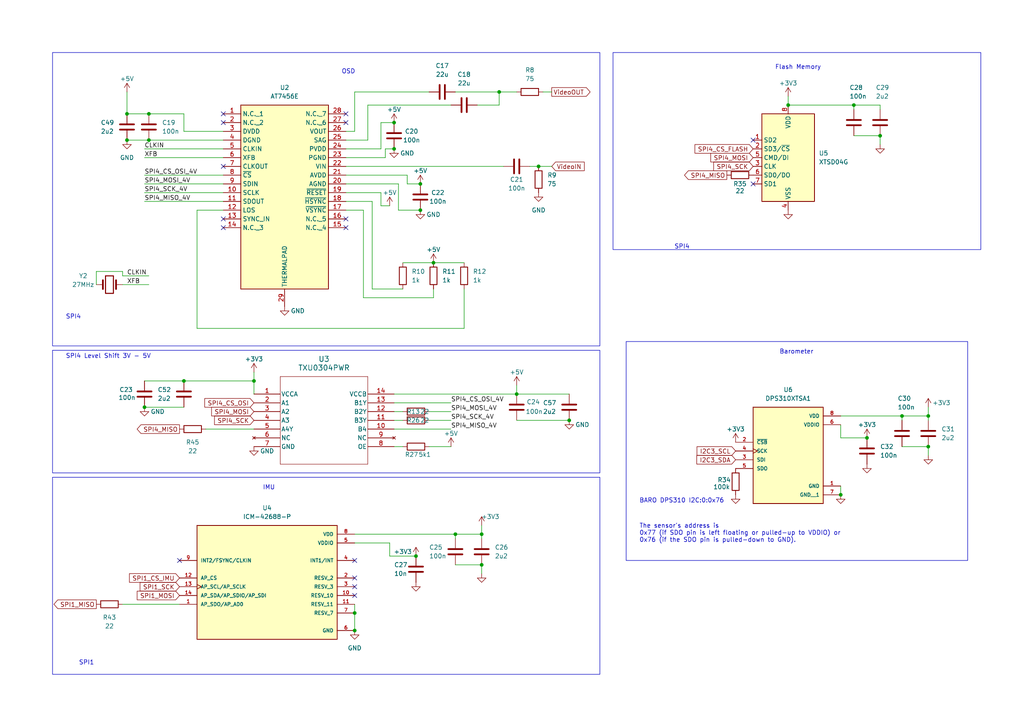
<source format=kicad_sch>
(kicad_sch (version 20231120) (generator "eeschema") (generator_version "8.0")
  (paper "A4")
  (lib_symbols
    (symbol "Device:C" (pin_numbers hide) (pin_names (offset 0.254))
      (property "Reference" "C" (at 0.635 2.54 0))
      (property "Value" "C" (at 0.635 -2.54 0))
      (symbol "C_0_1"
        (polyline (pts (xy -2.032 -0.762) (xy 2.032 -0.762)) (stroke (width 0.508)))
        (polyline (pts (xy -2.032 0.762) (xy 2.032 0.762)) (stroke (width 0.508)))
      )
      (symbol "C_1_1"
        (pin passive line (at 0 3.81 270) (length 2.794) (name "~") (number "1"))
        (pin passive line (at 0 -3.81 90) (length 2.794) (name "~") (number "2"))
      )
    )
    (symbol "Device:Crystal" (pin_numbers hide) (pin_names (offset 1.016) hide)
      (property "Reference" "Y" (at 0 3.81 0))
      (property "Value" "Crystal" (at 0 -3.81 0))
      (symbol "Crystal_0_1"
        (rectangle (start -1.143 2.54) (end 1.143 -2.54) (stroke (width 0.3048)))
        (polyline (pts (xy -2.54 0) (xy -1.905 0)))
        (polyline (pts (xy -1.905 -1.27) (xy -1.905 1.27)) (stroke (width 0.508)))
        (polyline (pts (xy 1.905 -1.27) (xy 1.905 1.27)) (stroke (width 0.508)))
        (polyline (pts (xy 2.54 0) (xy 1.905 0)))
      )
      (symbol "Crystal_1_1"
        (pin passive line (at -3.81 0 0) (length 1.27) (name "1") (number "1"))
        (pin passive line (at 3.81 0 180) (length 1.27) (name "2") (number "2"))
      )
    )
    (symbol "Device:R" (pin_numbers hide) (pin_names (offset 0))
      (property "Reference" "R" (at 2.032 0 90))
      (property "Value" "R" (at 0 0 90))
      (symbol "R_0_1"
        (rectangle (start -1.016 -2.54) (end 1.016 2.54) (stroke (width 0.254)))
      )
      (symbol "R_1_1"
        (pin passive line (at 0 3.81 270) (length 1.27) (name "~") (number "1"))
        (pin passive line (at 0 -3.81 90) (length 1.27) (name "~") (number "2"))
      )
    )
    (symbol "Memory_Flash:XTSD04G"
      (property "Reference" "U" (at -7.62 15.24 0))
      (property "Value" "XTSD04G" (at 2.54 15.24 0))
      (symbol "XTSD04G_0_1"
        (rectangle (start -7.62 12.7) (end 7.62 -12.7) (stroke (width 0.254)) (fill (type background)))
      )
      (symbol "XTSD04G_1_1"
        (pin bidirectional line (at -10.16 5.08 0) (length 2.54) (name "SD2") (number "1"))
        (pin bidirectional line (at -10.16 2.54 0) (length 2.54) (name "SD3/~{CS}") (number "2"))
        (pin input line (at -10.16 -2.54 0) (length 2.54) (name "CLK") (number "3"))
        (pin power_in line (at 0 -15.24 90) (length 2.54) (name "VSS") (number "4"))
        (pin input line (at -10.16 0 0) (length 2.54) (name "CMD/DI") (number "5"))
        (pin bidirectional line (at -10.16 -5.08 0) (length 2.54) (name "SD0/DO") (number "6"))
        (pin bidirectional line (at -10.16 -7.62 0) (length 2.54) (name "SD1") (number "7"))
        (pin power_in line (at 0 15.24 270) (length 2.54) (name "VDD") (number "8"))
      )
    )
    (symbol "Project_Library:AT7456E"
      (property "Reference" "IC" (at 31.75 7.62 0))
      (property "Value" "AT7456E" (at 31.75 5.08 0))
      (symbol "AT7456E_1_1"
        (rectangle (start 5.08 2.54) (end 30.48 -50.8) (stroke (width 0.254)) (fill (type background)))
        (pin passive line (at 0 0 0) (length 5.08) (name "N.C._1") (number "1"))
        (pin passive line (at 0 -22.86 0) (length 5.08) (name "SCLK") (number "10"))
        (pin passive line (at 0 -25.4 0) (length 5.08) (name "SDOUT") (number "11"))
        (pin passive line (at 0 -27.94 0) (length 5.08) (name "LOS") (number "12"))
        (pin passive line (at 0 -30.48 0) (length 5.08) (name "SYNC_IN") (number "13"))
        (pin passive line (at 0 -33.02 0) (length 5.08) (name "N.C._3") (number "14"))
        (pin passive line (at 35.56 -33.02 180) (length 5.08) (name "N.C._4") (number "15"))
        (pin passive line (at 35.56 -30.48 180) (length 5.08) (name "N.C._5") (number "16"))
        (pin passive line (at 35.56 -27.94 180) (length 5.08) (name "~{VSYNC}") (number "17"))
        (pin passive line (at 35.56 -25.4 180) (length 5.08) (name "~{HSYNC}") (number "18"))
        (pin passive line (at 35.56 -22.86 180) (length 5.08) (name "~{RESET}") (number "19"))
        (pin passive line (at 0 -2.54 0) (length 5.08) (name "N.C._2") (number "2"))
        (pin passive line (at 35.56 -20.32 180) (length 5.08) (name "AGND") (number "20"))
        (pin passive line (at 35.56 -17.78 180) (length 5.08) (name "AVDD") (number "21"))
        (pin passive line (at 35.56 -15.24 180) (length 5.08) (name "VIN") (number "22"))
        (pin passive line (at 35.56 -12.7 180) (length 5.08) (name "PGND") (number "23"))
        (pin passive line (at 35.56 -10.16 180) (length 5.08) (name "PVDD") (number "24"))
        (pin passive line (at 35.56 -7.62 180) (length 5.08) (name "SAG") (number "25"))
        (pin passive line (at 35.56 -5.08 180) (length 5.08) (name "VOUT") (number "26"))
        (pin passive line (at 35.56 -2.54 180) (length 5.08) (name "N.C._6") (number "27"))
        (pin passive line (at 35.56 0 180) (length 5.08) (name "N.C._7") (number "28"))
        (pin passive line (at 17.78 -55.88 90) (length 5.08) (name "THERMALPAD") (number "29"))
        (pin passive line (at 0 -5.08 0) (length 5.08) (name "DVDD") (number "3"))
        (pin passive line (at 0 -7.62 0) (length 5.08) (name "DGND") (number "4"))
        (pin passive line (at 0 -10.16 0) (length 5.08) (name "CLKIN") (number "5"))
        (pin passive line (at 0 -12.7 0) (length 5.08) (name "XFB") (number "6"))
        (pin passive line (at 0 -15.24 0) (length 5.08) (name "CLKOUT") (number "7"))
        (pin passive line (at 0 -17.78 0) (length 5.08) (name "~{CS}") (number "8"))
        (pin passive line (at 0 -20.32 0) (length 5.08) (name "SDIN") (number "9"))
      )
    )
    (symbol "Project_Library:DPS310XTSA1" (pin_names (offset 1.016))
      (property "Reference" "U2" (at 0 17.78 0))
      (property "Value" "DPS310XTSA1" (at 0 15.24 0))
      (symbol "DPS310XTSA1_0_0"
        (rectangle (start -10.16 -15.24) (end 10.16 12.7) (stroke (width 0.254)) (fill (type background)))
        (pin power_in line (at 15.24 -10.16 180) (length 5.08) (name "GND") (number "1"))
        (pin input line (at -15.24 2.54 0) (length 5.08) (name "~{CSB}") (number "2"))
        (pin bidirectional line (at -15.24 -2.54 0) (length 5.08) (name "SDI") (number "3"))
        (pin input clock (at -15.24 0 0) (length 5.08) (name "SCK") (number "4"))
        (pin power_in line (at 15.24 7.62 180) (length 5.08) (name "VDDIO") (number "6"))
        (pin power_in line (at 15.24 -12.7 180) (length 5.08) (name "GND__1") (number "7"))
        (pin power_in line (at 15.24 10.16 180) (length 5.08) (name "VDD") (number "8"))
      )
      (symbol "DPS310XTSA1_1_0"
        (pin power_in line (at -15.24 -5.08 0) (length 5.08) (name "SDO") (number "5"))
      )
    )
    (symbol "Project_Library:ICM-42688-P" (pin_names (offset 1.016))
      (property "Reference" "U3" (at 0 20.32 0))
      (property "Value" "ICM-42688-P" (at 0 17.78 0))
      (symbol "ICM-42688-P_0_0"
        (rectangle (start -20.32 -17.78) (end 20.32 15.24) (stroke (width 0.254)) (fill (type background)))
        (pin passive line (at 25.4 -5.08 180) (length 5.08) (name "RESV_10") (number "10"))
        (pin input line (at -25.4 0 0) (length 5.08) (name "AP_CS") (number "12"))
        (pin input clock (at -25.4 -2.54 0) (length 5.08) (name "AP_SCL/AP_SCLK") (number "13"))
        (pin passive line (at 25.4 0 180) (length 5.08) (name "RESV_2") (number "2"))
        (pin passive line (at 25.4 -2.54 180) (length 5.08) (name "RESV_3") (number "3"))
        (pin power_in line (at 25.4 10.16 180) (length 5.08) (name "VDDIO") (number "5"))
        (pin power_in line (at 25.4 -15.24 180) (length 5.08) (name "GND") (number "6"))
        (pin power_in line (at 25.4 12.7 180) (length 5.08) (name "VDD") (number "8"))
      )
      (symbol "ICM-42688-P_1_0"
        (pin output line (at -25.4 -7.62 0) (length 5.08) (name "AP_SDO/AP_AD0") (number "1"))
        (pin power_in line (at 25.4 -7.62 180) (length 5.08) (name "RESV_11") (number "11"))
        (pin input line (at -25.4 -5.08 0) (length 5.08) (name "AP_SDA/AP_SDIO/AP_SDI") (number "14"))
        (pin power_in line (at 25.4 5.08 180) (length 5.08) (name "INT1/INT") (number "4"))
        (pin power_in line (at 25.4 -10.16 180) (length 5.08) (name "RESV_7") (number "7"))
        (pin power_in line (at -25.4 5.08 0) (length 5.08) (name "INT2/FSYNC/CLKIN") (number "9"))
      )
    )
    (symbol "Project_Library:TXU0304PWR" (pin_names (offset 0.254))
      (property "Reference" "U12" (at 20.32 10.16 0))
      (property "Value" "TXU0304PWR" (at 20.32 7.62 0))
      (symbol "TXU0304PWR_0_1"
        (polyline (pts (xy 7.62 -20.32) (xy 33.02 -20.32)) (stroke (width 0.127)))
        (polyline (pts (xy 7.62 5.08) (xy 7.62 -20.32)) (stroke (width 0.127)))
        (polyline (pts (xy 33.02 -20.32) (xy 33.02 5.08)) (stroke (width 0.127)))
        (polyline (pts (xy 33.02 5.08) (xy 7.62 5.08)) (stroke (width 0.127)))
        (pin power_in line (at 0 0 0) (length 7.62) (name "VCCA") (number "1"))
        (pin power_in line (at 40.64 0 180) (length 7.62) (name "VCCB") (number "14"))
        (pin no_connect line (at 0 -12.7 0) (length 7.62) (name "NC") (number "6"))
        (pin no_connect line (at 40.64 -12.7 180) (length 7.62) (name "NC") (number "9"))
      )
      (symbol "TXU0304PWR_1_1"
        (pin bidirectional line (at 40.64 -10.16 180) (length 7.62) (name "B4") (number "10"))
        (pin bidirectional line (at 40.64 -7.62 180) (length 7.62) (name "B3Y") (number "11"))
        (pin bidirectional line (at 40.64 -5.08 180) (length 7.62) (name "B2Y") (number "12"))
        (pin bidirectional line (at 40.64 -2.54 180) (length 7.62) (name "B1Y") (number "13"))
        (pin bidirectional line (at 0 -2.54 0) (length 7.62) (name "A1") (number "2"))
        (pin bidirectional line (at 0 -5.08 0) (length 7.62) (name "A2") (number "3"))
        (pin bidirectional line (at 0 -7.62 0) (length 7.62) (name "A3") (number "4"))
        (pin bidirectional line (at 0 -10.16 0) (length 7.62) (name "A4Y") (number "5"))
        (pin power_in line (at 0 -15.24 0) (length 7.62) (name "GND") (number "7"))
        (pin passive line (at 40.64 -15.24 180) (length 7.62) (name "OE") (number "8"))
      )
    )
    (symbol "power:+3V3" (power) (pin_names (offset 0))
      (property "Value" "+3V3" (at 0 3.556 0))
      (symbol "+3V3_0_1"
        (polyline (pts (xy -0.762 1.27) (xy 0 2.54)))
        (polyline (pts (xy 0 0) (xy 0 2.54)))
        (polyline (pts (xy 0 2.54) (xy 0.762 1.27)))
      )
      (symbol "+3V3_1_1"
        (pin power_in line (at 0 0 90) (length 0) hide (name "+3V3") (number "1"))
      )
    )
    (symbol "power:+5V" (power) (pin_names (offset 0))
      (property "Value" "+5V" (at 0 3.556 0))
      (symbol "+5V_0_1"
        (polyline (pts (xy -0.762 1.27) (xy 0 2.54)))
        (polyline (pts (xy 0 0) (xy 0 2.54)))
        (polyline (pts (xy 0 2.54) (xy 0.762 1.27)))
      )
      (symbol "+5V_1_1"
        (pin power_in line (at 0 0 90) (length 0) hide (name "+5V") (number "1"))
      )
    )
    (symbol "power:GND" (power) (pin_names (offset 0))
      (property "Value" "GND" (at 0 -3.81 0))
      (symbol "GND_0_1"
        (polyline (pts (xy 0 0) (xy 0 -1.27) (xy 1.27 -1.27) (xy 0 -2.54) (xy -1.27 -1.27) (xy 0 -1.27)))
      )
      (symbol "GND_1_1"
        (pin power_in line (at 0 0 270) (length 0) hide (name "GND") (number "1"))
      )
    )
  )
  (junction (at 243.84 143.51))
  (junction (at 261.62 120.65))
  (junction (at 114.3 43.18))
  (junction (at 139.7 154.94))
  (junction (at 269.24 129.54))
  (junction (at 149.86 114.3))
  (junction (at 43.18 40.64))
  (junction (at 114.3 35.56))
  (junction (at 120.65 161.29))
  (junction (at 36.83 40.64))
  (junction (at 102.87 177.8))
  (junction (at 228.6 30.48))
  (junction (at 139.7 163.83))
  (junction (at 269.24 120.65))
  (junction (at 247.65 30.48))
  (junction (at 53.34 110.49))
  (junction (at 121.92 53.34))
  (junction (at 144.78 26.67))
  (junction (at 156.21 48.26))
  (junction (at 165.1 121.92))
  (junction (at 121.92 60.96))
  (junction (at 36.83 33.02))
  (junction (at 251.46 127))
  (junction (at 255.27 39.37))
  (junction (at 102.87 182.88))
  (junction (at 132.08 154.94))
  (junction (at 43.18 33.02))
  (junction (at 73.66 110.49))
  (junction (at 125.73 76.2))
  (junction (at 41.91 118.11))
  (no_connect (at 64.77 33.02))
  (no_connect (at 100.33 35.56))
  (no_connect (at 64.77 63.5))
  (no_connect (at 52.07 162.56))
  (no_connect (at 102.87 172.72))
  (no_connect (at 218.44 40.64))
  (no_connect (at 218.44 53.34))
  (no_connect (at 100.33 63.5))
  (no_connect (at 64.77 48.26))
  (no_connect (at 100.33 33.02))
  (no_connect (at 64.77 66.04))
  (no_connect (at 102.87 170.18))
  (no_connect (at 64.77 35.56))
  (no_connect (at 102.87 162.56))
  (no_connect (at 100.33 66.04))
  (no_connect (at 102.87 167.64))
  (wire (pts (xy 110.49 35.56) (xy 110.49 43.18)))
  (wire (pts (xy 27.94 82.55) (xy 27.94 78.74)))
  (wire (pts (xy 130.81 121.92) (xy 124.46 121.92)))
  (wire (pts (xy 124.46 129.54) (xy 130.81 129.54)))
  (wire (pts (xy 116.84 119.38) (xy 114.3 119.38)))
  (wire (pts (xy 149.86 114.3) (xy 165.1 114.3)))
  (wire (pts (xy 41.91 45.72) (xy 64.77 45.72)))
  (wire (pts (xy 102.87 38.1) (xy 102.87 26.67)))
  (wire (pts (xy 41.91 50.8) (xy 64.77 50.8)))
  (wire (pts (xy 35.56 78.74) (xy 35.56 80.01)))
  (wire (pts (xy 116.84 121.92) (xy 114.3 121.92)))
  (wire (pts (xy 107.95 58.42) (xy 107.95 83.82)))
  (wire (pts (xy 102.87 175.26) (xy 102.87 177.8)))
  (wire (pts (xy 269.24 129.54) (xy 261.62 129.54)))
  (wire (pts (xy 255.27 39.37) (xy 247.65 39.37)))
  (wire (pts (xy 53.34 33.02) (xy 43.18 33.02)))
  (wire (pts (xy 157.48 26.67) (xy 160.02 26.67)))
  (wire (pts (xy 113.03 157.48) (xy 113.03 161.29)))
  (wire (pts (xy 57.15 60.96) (xy 57.15 95.25)))
  (wire (pts (xy 73.66 110.49) (xy 73.66 114.3)))
  (wire (pts (xy 35.56 175.26) (xy 52.07 175.26)))
  (wire (pts (xy 100.33 58.42) (xy 107.95 58.42)))
  (wire (pts (xy 59.69 124.46) (xy 73.66 124.46)))
  (wire (pts (xy 115.57 53.34) (xy 115.57 60.96)))
  (wire (pts (xy 41.91 53.34) (xy 64.77 53.34)))
  (wire (pts (xy 261.62 120.65) (xy 269.24 120.65)))
  (wire (pts (xy 144.78 26.67) (xy 149.86 26.67)))
  (wire (pts (xy 149.86 111.76) (xy 149.86 114.3)))
  (wire (pts (xy 111.76 43.18) (xy 111.76 45.72)))
  (wire (pts (xy 269.24 132.08) (xy 269.24 129.54)))
  (wire (pts (xy 116.84 76.2) (xy 125.73 76.2)))
  (wire (pts (xy 114.3 114.3) (xy 149.86 114.3)))
  (wire (pts (xy 228.6 30.48) (xy 247.65 30.48)))
  (wire (pts (xy 35.56 80.01) (xy 43.18 80.01)))
  (wire (pts (xy 261.62 120.65) (xy 261.62 121.92)))
  (wire (pts (xy 36.83 26.67) (xy 36.83 33.02)))
  (wire (pts (xy 110.49 55.88) (xy 110.49 59.69)))
  (wire (pts (xy 113.03 161.29) (xy 120.65 161.29)))
  (wire (pts (xy 110.49 35.56) (xy 114.3 35.56)))
  (wire (pts (xy 139.7 152.4) (xy 139.7 154.94)))
  (wire (pts (xy 153.67 48.26) (xy 156.21 48.26)))
  (wire (pts (xy 243.84 127) (xy 251.46 127)))
  (wire (pts (xy 106.68 30.48) (xy 106.68 40.64)))
  (wire (pts (xy 100.33 53.34) (xy 115.57 53.34)))
  (wire (pts (xy 139.7 163.83) (xy 132.08 163.83)))
  (wire (pts (xy 247.65 30.48) (xy 255.27 30.48)))
  (wire (pts (xy 27.94 78.74) (xy 35.56 78.74)))
  (wire (pts (xy 41.91 58.42) (xy 64.77 58.42)))
  (wire (pts (xy 41.91 43.18) (xy 64.77 43.18)))
  (wire (pts (xy 105.41 86.36) (xy 125.73 86.36)))
  (wire (pts (xy 35.56 82.55) (xy 43.18 82.55)))
  (wire (pts (xy 130.81 119.38) (xy 124.46 119.38)))
  (wire (pts (xy 114.3 129.54) (xy 116.84 129.54)))
  (wire (pts (xy 43.18 33.02) (xy 36.83 33.02)))
  (wire (pts (xy 134.62 95.25) (xy 134.62 83.82)))
  (wire (pts (xy 132.08 26.67) (xy 144.78 26.67)))
  (wire (pts (xy 102.87 177.8) (xy 102.87 182.88)))
  (wire (pts (xy 102.87 154.94) (xy 132.08 154.94)))
  (wire (pts (xy 41.91 55.88) (xy 64.77 55.88)))
  (wire (pts (xy 139.7 156.21) (xy 139.7 154.94)))
  (wire (pts (xy 269.24 121.92) (xy 269.24 120.65)))
  (wire (pts (xy 255.27 31.75) (xy 255.27 30.48)))
  (wire (pts (xy 41.91 110.49) (xy 53.34 110.49)))
  (wire (pts (xy 105.41 60.96) (xy 105.41 86.36)))
  (wire (pts (xy 269.24 118.11) (xy 269.24 120.65)))
  (wire (pts (xy 43.18 40.64) (xy 64.77 40.64)))
  (wire (pts (xy 118.11 53.34) (xy 121.92 53.34)))
  (wire (pts (xy 73.66 107.95) (xy 73.66 110.49)))
  (wire (pts (xy 57.15 60.96) (xy 64.77 60.96)))
  (wire (pts (xy 247.65 30.48) (xy 247.65 31.75)))
  (wire (pts (xy 36.83 40.64) (xy 43.18 40.64)))
  (wire (pts (xy 100.33 60.96) (xy 105.41 60.96)))
  (wire (pts (xy 53.34 110.49) (xy 73.66 110.49)))
  (wire (pts (xy 165.1 121.92) (xy 149.86 121.92)))
  (wire (pts (xy 118.11 50.8) (xy 118.11 53.34)))
  (wire (pts (xy 132.08 154.94) (xy 139.7 154.94)))
  (wire (pts (xy 106.68 30.48) (xy 130.81 30.48)))
  (wire (pts (xy 255.27 41.91) (xy 255.27 39.37)))
  (wire (pts (xy 102.87 26.67) (xy 124.46 26.67)))
  (wire (pts (xy 107.95 83.82) (xy 116.84 83.82)))
  (wire (pts (xy 125.73 86.36) (xy 125.73 83.82)))
  (wire (pts (xy 144.78 30.48) (xy 144.78 26.67)))
  (wire (pts (xy 111.76 45.72) (xy 100.33 45.72)))
  (wire (pts (xy 243.84 140.97) (xy 243.84 143.51)))
  (wire (pts (xy 243.84 123.19) (xy 243.84 127)))
  (wire (pts (xy 139.7 166.37) (xy 139.7 163.83)))
  (wire (pts (xy 228.6 27.94) (xy 228.6 30.48)))
  (wire (pts (xy 130.81 124.46) (xy 114.3 124.46)))
  (wire (pts (xy 41.91 118.11) (xy 53.34 118.11)))
  (wire (pts (xy 53.34 38.1) (xy 64.77 38.1)))
  (wire (pts (xy 53.34 33.02) (xy 53.34 38.1)))
  (wire (pts (xy 102.87 157.48) (xy 113.03 157.48)))
  (wire (pts (xy 57.15 95.25) (xy 134.62 95.25)))
  (wire (pts (xy 132.08 154.94) (xy 132.08 156.21)))
  (wire (pts (xy 100.33 40.64) (xy 106.68 40.64)))
  (wire (pts (xy 130.81 116.84) (xy 114.3 116.84)))
  (wire (pts (xy 125.73 76.2) (xy 134.62 76.2)))
  (wire (pts (xy 100.33 55.88) (xy 110.49 55.88)))
  (wire (pts (xy 110.49 59.69) (xy 113.03 59.69)))
  (wire (pts (xy 243.84 120.65) (xy 261.62 120.65)))
  (wire (pts (xy 100.33 38.1) (xy 102.87 38.1)))
  (wire (pts (xy 156.21 48.26) (xy 160.02 48.26)))
  (wire (pts (xy 100.33 50.8) (xy 118.11 50.8)))
  (wire (pts (xy 100.33 48.26) (xy 146.05 48.26)))
  (wire (pts (xy 100.33 43.18) (xy 110.49 43.18)))
  (wire (pts (xy 115.57 60.96) (xy 121.92 60.96)))
  (wire (pts (xy 138.43 30.48) (xy 144.78 30.48)))
  (wire (pts (xy 111.76 43.18) (xy 114.3 43.18)))
  (rectangle (start 181.61 99.06) (end 280.67 162.56))
  (rectangle (start 177.8 15.24) (end 284.48 72.39))
  (rectangle (start 15.24 101.6) (end 173.99 137.16))
  (rectangle (start 15.24 138.43) (end 173.99 195.58))
  (rectangle (start 15.24 15.24) (end 173.99 100.33))
  (text "Barometer" (at 226.06 102.87 0) (effects (font (size 1.27 1.27)) (justify left bottom)))
  (text "OSD" (at 99.06 21.59 0) (effects (font (size 1.27 1.27)) (justify left bottom)))
  (text "The sensor's address is \n0x77 (if SDO pin is left floating or pulled-up to VDDIO) or \n0x76 (if the SDO pin is pulled-down to GND). " (at 185.42 157.48 0) (effects (font (size 1.27 1.27)) (justify left bottom)))
  (text "SPI4" (at 19.05 92.71 0) (effects (font (size 1.27 1.27)) (justify left bottom)))
  (text "IMU" (at 76.2 142.24 0) (effects (font (size 1.27 1.27)) (justify left bottom)))
  (text "SPI4 Level Shift 3V - 5V" (at 19.05 104.14 0) (effects (font (size 1.27 1.27)) (justify left bottom)))
  (text "SPI4" (at 195.58 72.39 0) (effects (font (size 1.27 1.27)) (justify left bottom)))
  (text "Flash Memory" (at 224.79 20.32 0) (effects (font (size 1.27 1.27)) (justify left bottom)))
  (text "SPI1" (at 22.86 193.04 0) (effects (font (size 1.27 1.27)) (justify left bottom)))
  (text "BARO DPS310 I2C:0:0x76" (at 185.42 146.05 0) (effects (font (size 1.27 1.27)) (justify left bottom)))
  (label "XFB" (at 41.91 45.72 0))
  (label "CLKIN" (at 36.83 80.01 0))
  (label "SPI4_MISO_4V" (at 130.81 124.46 0))
  (label "SPI4_SCK_4V" (at 130.81 121.92 0))
  (label "SPI4_CS_OSI_4V" (at 41.91 50.8 0))
  (label "SPI4_MOSI_4V" (at 130.81 119.38 0))
  (label "SPI4_MOSI_4V" (at 41.91 53.34 0))
  (label "CLKIN" (at 41.91 43.18 0))
  (label "XFB" (at 36.83 82.55 0))
  (label "SPI4_CS_OSI_4V" (at 130.81 116.84 0))
  (label "SPI4_SCK_4V" (at 41.91 55.88 0))
  (label "SPI4_MISO_4V" (at 41.91 58.42 0))
  (global_label "SPI4_MISO" (shape output) (at 52.07 124.46 180) (property "Intersheetrefs" "${INTERSHEET_REFS}" (effects (hide yes))))
  (global_label "SPI4_SCK" (shape input) (at 218.44 48.26 180) (property "Intersheetrefs" "${INTERSHEET_REFS}" (effects (hide yes))))
  (global_label "SPI4_SCK" (shape input) (at 73.66 121.92 180) (property "Intersheetrefs" "${INTERSHEET_REFS}" (effects (hide yes))))
  (global_label "SPI4_MOSI" (shape input) (at 218.44 45.72 180) (property "Intersheetrefs" "${INTERSHEET_REFS}" (effects (hide yes))))
  (global_label "VideoOUT" (shape output) (at 160.02 26.67 0) (property "Intersheetrefs" "${INTERSHEET_REFS}" (effects (hide yes))))
  (global_label "SPI1_SCK" (shape input) (at 52.07 170.18 180) (property "Intersheetrefs" "${INTERSHEET_REFS}" (effects (hide yes))))
  (global_label "SPI1_MISO" (shape output) (at 27.94 175.26 180) (property "Intersheetrefs" "${INTERSHEET_REFS}" (effects (hide yes))))
  (global_label "SPI4_MOSI" (shape input) (at 73.66 119.38 180) (property "Intersheetrefs" "${INTERSHEET_REFS}" (effects (hide yes))))
  (global_label "VideoIN" (shape input) (at 160.02 48.26 0) (property "Intersheetrefs" "${INTERSHEET_REFS}" (effects (hide yes))))
  (global_label "SPI4_CS_OSI" (shape input) (at 73.66 116.84 180) (property "Intersheetrefs" "${INTERSHEET_REFS}" (effects (hide yes))))
  (global_label "I2C3_SDA" (shape input) (at 213.36 133.35 180) (property "Intersheetrefs" "${INTERSHEET_REFS}" (effects (hide yes))))
  (global_label "SPI4_CS_FLASH" (shape input) (at 218.44 43.18 180) (property "Intersheetrefs" "${INTERSHEET_REFS}" (effects (hide yes))))
  (global_label "SPI1_CS_IMU" (shape input) (at 52.07 167.64 180) (property "Intersheetrefs" "${INTERSHEET_REFS}" (effects (hide yes))))
  (global_label "I2C3_SCL" (shape input) (at 213.36 130.81 180) (property "Intersheetrefs" "${INTERSHEET_REFS}" (effects (hide yes))))
  (global_label "SPI4_MISO" (shape output) (at 210.82 50.8 180) (property "Intersheetrefs" "${INTERSHEET_REFS}" (effects (hide yes))))
  (global_label "SPI1_MOSI" (shape input) (at 52.07 172.72 180) (property "Intersheetrefs" "${INTERSHEET_REFS}" (effects (hide yes))))
  (symbol (lib_id "Device:Crystal") (at 31.75 82.55 180) (unit 1)
    (property "Reference" "Y2" (at 24.13 80.01 0))
    (property "Value" "27MHz" (at 24.13 82.55 0))
    (property "Footprint" "Crystal:Crystal_SMD_0603-2Pin_6.0x3.5mm" (effects (hide yes)))
    (property "Manufactorer" "ECS" (effects (hide yes)))
    (property "Part Number" "ECS-270-18-23G-JGN-TR" (effects (hide yes)))
  )
  (symbol (lib_id "Project_Library:TXU0304PWR") (at 73.66 114.3 0) (unit 1)
    (property "Reference" "U3" (at 93.98 104.14 0) (effects (font (size 1.524 1.524))))
    (property "Value" "TXU0304PWR" (at 93.98 106.68 0) (effects (font (size 1.524 1.524))))
    (property "Footprint" "Project:TSSOP14_PW_TEX" (effects (hide yes)))
    (property "Datasheet" "TXU0304PWR" (effects (hide yes)))
    (property "Manufactorer" "TI" (effects (hide yes)))
    (property "Part Number" "TXU0304PWR" (effects (hide yes)))
  )
  (symbol (lib_id "Device:C") (at 255.27 35.56 0) (unit 1)
    (property "Reference" "C29" (at 254 25.4 0) (effects (justify left)))
    (property "Value" "2u2" (at 254 27.94 0) (effects (justify left)))
    (property "Footprint" "Capacitor_SMD:C_0402_1005Metric" (effects (hide yes)))
    (property "Voltage" "16" (effects (hide yes)))
    (property "Manufactorer" "Murata" (effects (hide yes)))
    (property "Part Number" "GRM155R61C225KE44D" (effects (hide yes)))
    (property "Tolerance" "10%" (effects (hide yes)))
  )
  (symbol (lib_id "Device:R") (at 120.65 121.92 270) (unit 1)
    (property "Reference" "R26" (at 119.888 121.92 90))
    (property "Value" "22" (at 123.19 121.92 90))
    (property "Footprint" "Project:R_0201_0603Metric" (effects (hide yes)))
    (property "Manufactorer" "YAGEO" (effects (hide yes)))
    (property "Part Number" "RC0402FR-0722RP" (effects (hide yes)))
    (property "Tolerance" "1%" (effects (hide yes)))
  )
  (symbol (lib_id "Device:C") (at 120.65 165.1 0) (unit 1)
    (property "Reference" "C27" (at 114.3 163.83 0) (effects (justify left)))
    (property "Value" "10n" (at 114.3 166.37 0) (effects (justify left)))
    (property "Footprint" "Project:C_0201_0603Metric" (effects (hide yes)))
    (property "Voltage" "16" (effects (hide yes)))
    (property "Manufactorer" "Murata" (effects (hide yes)))
    (property "Part Number" "GRM033R61C103KA12D" (effects (hide yes)))
    (property "Tolerance" "10%" (effects (hide yes)))
  )
  (symbol (lib_id "Device:C") (at 149.86 48.26 90) (unit 1)
    (property "Reference" "C21" (at 149.86 52.07 90))
    (property "Value" "100n" (at 149.86 54.61 90))
    (property "Footprint" "Project:C_0201_0603Metric" (effects (hide yes)))
    (property "Manufactorer" "Murata" (effects (hide yes)))
    (property "Part Number" "GRM033R61C104KE14D" (effects (hide yes)))
    (property "Voltage" "16" (effects (hide yes)))
    (property "Tolerance" "10%" (effects (hide yes)))
  )
  (symbol (lib_id "Device:R") (at 125.73 80.01 0) (unit 1)
    (property "Reference" "R11" (at 128.27 78.74 0) (effects (justify left)))
    (property "Value" "1k" (at 128.27 81.28 0) (effects (justify left)))
    (property "Footprint" "Project:R_0201_0603Metric" (effects (hide yes)))
    (property "Tolerance" "1%" (effects (hide yes)))
    (property "Manufactorer" "YAGEO" (effects (hide yes)))
    (property "Part Number" "RC0402FR-071KL" (effects (hide yes)))
  )
  (symbol (lib_id "Device:C") (at 121.92 57.15 180) (unit 1)
    (property "Reference" "C22" (at 127 55.88 0))
    (property "Value" "100n" (at 127 58.42 0))
    (property "Footprint" "Project:C_0201_0603Metric" (effects (hide yes)))
    (property "Manufactorer" "Murata" (effects (hide yes)))
    (property "Part Number" "GRM033R61C104KE14D" (effects (hide yes)))
    (property "Voltage" "16" (effects (hide yes)))
    (property "Tolerance" "10%" (effects (hide yes)))
  )
  (symbol (lib_id "Device:C") (at 128.27 26.67 90) (unit 1)
    (property "Reference" "C17" (at 128.27 19.05 90))
    (property "Value" "22u" (at 128.27 21.59 90))
    (property "Footprint" "Capacitor_SMD:C_1206_3216Metric" (effects (hide yes)))
    (property "Manufactorer" "Murata" (effects (hide yes)))
    (property "Part Number" "GRT31CC81C226KE01L" (effects (hide yes)))
    (property "Voltage" "16" (effects (hide yes)))
    (property "Tolerance" "10%" (effects (hide yes)))
  )
  (symbol (lib_id "Device:C") (at 132.08 160.02 0) (unit 1)
    (property "Reference" "C25" (at 124.46 158.75 0) (effects (justify left)))
    (property "Value" "100n" (at 124.46 161.29 0) (effects (justify left)))
    (property "Footprint" "Project:C_0201_0603Metric" (effects (hide yes)))
    (property "Voltage" "16" (effects (hide yes)))
    (property "Manufactorer" "Murata" (effects (hide yes)))
    (property "Part Number" "GRM033R61C104KE14D" (effects (hide yes)))
    (property "Tolerance" "10%" (effects (hide yes)))
  )
  (symbol (lib_id "Device:R") (at 153.67 26.67 90) (unit 1)
    (property "Reference" "R8" (at 153.67 20.32 90))
    (property "Value" "75" (at 153.67 22.86 90))
    (property "Footprint" "Project:R_0201_0603Metric" (effects (hide yes)))
    (property "Tolerance" "1%" (effects (hide yes)))
    (property "Manufactorer" "YAGEO" (effects (hide yes)))
    (property "Part Number" "RC0402FR-0775RP" (effects (hide yes)))
  )
  (symbol (lib_id "power:GND") (at 36.83 40.64 0) (unit 1)
    (property "Reference" "#PWR0119" (effects (hide yes)))
    (property "Value" "GND" (at 36.83 45.72 0))
  )
  (symbol (lib_id "power:GND") (at 228.6 60.96 0) (unit 1)
    (property "Reference" "#PWR0142" (effects (hide yes)))
    (property "Value" "GND" (effects (hide yes)))
  )
  (symbol (lib_id "Device:R") (at 116.84 80.01 0) (unit 1)
    (property "Reference" "R10" (at 119.38 78.74 0) (effects (justify left)))
    (property "Value" "1k" (at 119.38 81.28 0) (effects (justify left)))
    (property "Footprint" "Project:R_0201_0603Metric" (effects (hide yes)))
    (property "Tolerance" "1%" (effects (hide yes)))
    (property "Manufactorer" "YAGEO" (effects (hide yes)))
    (property "Part Number" "RC0402FR-071KL" (effects (hide yes)))
  )
  (symbol (lib_id "power:+5V") (at 121.92 53.34 0) (unit 1)
    (property "Reference" "#PWR019" (effects (hide yes)))
    (property "Value" "+5V" (at 121.92 49.53 0))
  )
  (symbol (lib_id "power:GND") (at 156.21 55.88 0) (unit 1)
    (property "Reference" "#PWR0137" (effects (hide yes)))
    (property "Value" "GND" (at 156.21 60.96 0))
  )
  (symbol (lib_id "power:+5V") (at 36.83 26.67 0) (unit 1)
    (property "Reference" "#PWR036" (effects (hide yes)))
    (property "Value" "+5V" (at 36.83 22.86 0))
  )
  (symbol (lib_id "power:GND") (at 243.84 143.51 0) (unit 1)
    (property "Reference" "#PWR0140" (effects (hide yes)))
    (property "Value" "GND" (effects (hide yes)))
  )
  (symbol (lib_id "power:+3V3") (at 120.65 161.29 0) (unit 1)
    (property "Reference" "#PWR0128" (effects (hide yes)))
    (property "Value" "+3V3" (at 116.84 160.02 0))
  )
  (symbol (lib_id "power:+3V3") (at 213.36 128.27 0) (unit 1)
    (property "Reference" "#PWR053" (effects (hide yes)))
    (property "Value" "+3V3" (at 213.36 124.46 0))
  )
  (symbol (lib_id "power:GND") (at 139.7 166.37 0) (unit 1)
    (property "Reference" "#PWR0136" (effects (hide yes)))
    (property "Value" "GND" (effects (hide yes)))
  )
  (symbol (lib_id "Device:C") (at 139.7 160.02 0) (unit 1)
    (property "Reference" "C26" (at 143.51 158.75 0) (effects (justify left)))
    (property "Value" "2u2" (at 143.51 161.29 0) (effects (justify left)))
    (property "Footprint" "Capacitor_SMD:C_0402_1005Metric" (effects (hide yes)))
    (property "Voltage" "16" (effects (hide yes)))
    (property "Manufactorer" "Murata" (effects (hide yes)))
    (property "Part Number" "GRM155R61C225KE44D" (effects (hide yes)))
    (property "Tolerance" "10%" (effects (hide yes)))
  )
  (symbol (lib_id "power:+5V") (at 130.81 129.54 0) (unit 1)
    (property "Reference" "#PWR039" (effects (hide yes)))
    (property "Value" "+5V" (at 130.81 125.73 0))
  )
  (symbol (lib_id "Project_Library:AT7456E") (at 64.77 33.02 0) (unit 1)
    (property "Reference" "U2" (at 82.55 25.4 0))
    (property "Value" "AT7456E" (at 82.55 27.94 0))
    (property "Footprint" "Project:SOP65P640X120-29N" (effects (hide yes)))
    (property "Datasheet" "https://datasheet.lcsc.com/szlcsc/ZHONGKEWEI-AT7456E_C82351.pdf" (effects (hide yes)))
    (property "Manufactorer" "ZHONGKEWEI" (effects (hide yes)))
    (property "Part Number" "AT7456E" (effects (hide yes)))
  )
  (symbol (lib_id "Device:R") (at 120.65 119.38 270) (unit 1)
    (property "Reference" "R13" (at 119.888 119.38 90))
    (property "Value" "22" (at 123.19 119.38 90))
    (property "Footprint" "Project:R_0201_0603Metric" (effects (hide yes)))
    (property "Manufactorer" "YAGEO" (effects (hide yes)))
    (property "Part Number" "RC0402FR-0722RP" (effects (hide yes)))
    (property "Tolerance" "1%" (effects (hide yes)))
  )
  (symbol (lib_id "Device:C") (at 114.3 39.37 180) (unit 1)
    (property "Reference" "C20" (at 119.38 38.1 0))
    (property "Value" "100n" (at 119.38 40.64 0))
    (property "Footprint" "Project:C_0201_0603Metric" (effects (hide yes)))
    (property "Manufactorer" "Murata" (effects (hide yes)))
    (property "Part Number" "GRM033R61C104KE14D" (effects (hide yes)))
    (property "Voltage" "16" (effects (hide yes)))
    (property "Tolerance" "10%" (effects (hide yes)))
  )
  (symbol (lib_id "power:+5V") (at 113.03 59.69 0) (unit 1)
    (property "Reference" "#PWR035" (effects (hide yes)))
    (property "Value" "+5V" (at 113.03 55.88 0))
  )
  (symbol (lib_id "Device:C") (at 261.62 125.73 0) (unit 1)
    (property "Reference" "C30" (at 260.35 115.57 0) (effects (justify left)))
    (property "Value" "100n" (at 260.35 118.11 0) (effects (justify left)))
    (property "Footprint" "Project:C_0201_0603Metric" (effects (hide yes)))
    (property "Voltage" "16" (effects (hide yes)))
    (property "Manufactorer" "Murata" (effects (hide yes)))
    (property "Part Number" "GRM033R61C104KE14D" (effects (hide yes)))
    (property "Tolerance" "10%" (effects (hide yes)))
  )
  (symbol (lib_id "power:GND") (at 73.66 129.54 0) (unit 1)
    (property "Reference" "#PWR0123" (effects (hide yes)))
    (property "Value" "GND" (at 77.47 130.81 0))
  )
  (symbol (lib_id "Project_Library:ICM-42688-P") (at 77.47 167.64 0) (unit 1)
    (property "Reference" "U4" (at 77.47 147.32 0))
    (property "Value" "ICM-42688-P" (at 77.47 149.86 0))
    (property "Footprint" "Project:PQFN50P300X250X97-14N" (effects (hide yes)))
    (property "Manufactorer" "TDK InvenSense" (effects (hide yes)))
    (property "Part Number" "ICM-42688-P" (effects (hide yes)))
  )
  (symbol (lib_id "power:GND") (at 114.3 43.18 0) (unit 1)
    (property "Reference" "#PWR0127" (effects (hide yes)))
    (property "Value" "GND" (at 118.11 44.45 0))
  )
  (symbol (lib_id "Device:R") (at 55.88 124.46 270) (unit 1)
    (property "Reference" "R45" (at 55.88 128.27 90))
    (property "Value" "22" (at 55.88 130.81 90))
    (property "Footprint" "Project:R_0201_0603Metric" (effects (hide yes)))
    (property "Manufactorer" "YAGEO" (effects (hide yes)))
    (property "Part Number" "RC0402FR-0722RP" (effects (hide yes)))
    (property "Tolerance" "1%" (effects (hide yes)))
  )
  (symbol (lib_id "Project_Library:DPS310XTSA1") (at 228.6 130.81 0) (unit 1)
    (property "Reference" "U6" (at 228.6 113.03 0))
    (property "Value" "DPS310XTSA1" (at 228.6 115.57 0))
    (property "Footprint" "Project:XDCR_DPS310XTSA1" (effects (hide yes)))
    (property "Manufactorer" "Infeon" (effects (hide yes)))
    (property "Part Number" "DPS310XTSA1" (effects (hide yes)))
  )
  (symbol (lib_id "Device:C") (at 41.91 114.3 180) (unit 1)
    (property "Reference" "C23" (at 36.576 113.03 0))
    (property "Value" "100n" (at 36.83 115.316 0))
    (property "Footprint" "Project:C_0201_0603Metric" (effects (hide yes)))
    (property "Manufactorer" "Murata" (effects (hide yes)))
    (property "Part Number" "GRM033R61C104KE14D" (effects (hide yes)))
    (property "Voltage" "16" (effects (hide yes)))
    (property "Tolerance" "10%" (effects (hide yes)))
  )
  (symbol (lib_id "Device:R") (at 213.36 139.7 0) (unit 1)
    (property "Reference" "R34" (at 210.058 139.192 0))
    (property "Value" "100k" (at 209.296 141.224 0))
    (property "Footprint" "Project:R_0201_0603Metric" (effects (hide yes)))
    (property "Manufactorer" "YAGEO" (effects (hide yes)))
    (property "Part Number" "RC0402FR-0722RP" (effects (hide yes)))
    (property "Tolerance" "1%" (effects (hide yes)))
  )
  (symbol (lib_id "power:GND") (at 255.27 41.91 0) (unit 1)
    (property "Reference" "#PWR0147" (effects (hide yes)))
    (property "Value" "GND" (effects (hide yes)))
  )
  (symbol (lib_id "Device:C") (at 134.62 30.48 90) (unit 1)
    (property "Reference" "C18" (at 134.62 21.59 90))
    (property "Value" "22u" (at 134.62 24.13 90))
    (property "Footprint" "Capacitor_SMD:C_1206_3216Metric" (effects (hide yes)))
    (property "Manufactorer" "Murata" (effects (hide yes)))
    (property "Part Number" "GRT31CC81C226KE01L" (effects (hide yes)))
    (property "Voltage" "16" (effects (hide yes)))
    (property "Tolerance" "10%" (effects (hide yes)))
  )
  (symbol (lib_id "power:+3V3") (at 73.66 107.95 0) (unit 1)
    (property "Reference" "#PWR0122" (effects (hide yes)))
    (property "Value" "+3V3" (at 73.66 104.14 0))
  )
  (symbol (lib_id "power:GND") (at 269.24 132.08 0) (unit 1)
    (property "Reference" "#PWR0146" (effects (hide yes)))
    (property "Value" "GND" (effects (hide yes)))
  )
  (symbol (lib_id "power:GND") (at 82.55 88.9 0) (unit 1)
    (property "Reference" "#PWR020" (effects (hide yes)))
    (property "Value" "GND" (at 86.36 90.17 0))
  )
  (symbol (lib_id "power:GND") (at 165.1 121.92 0) (unit 1)
    (property "Reference" "#PWR0134" (effects (hide yes)))
    (property "Value" "GND" (at 168.91 123.19 0))
  )
  (symbol (lib_id "power:GND") (at 102.87 182.88 0) (unit 1)
    (property "Reference" "#PWR0125" (effects (hide yes)))
    (property "Value" "GND" (at 102.87 187.96 0))
  )
  (symbol (lib_id "Device:R") (at 156.21 52.07 0) (unit 1)
    (property "Reference" "R9" (at 158.75 50.8 0) (effects (justify left)))
    (property "Value" "75" (at 158.75 53.34 0) (effects (justify left)))
    (property "Footprint" "Project:R_0201_0603Metric" (effects (hide yes)))
    (property "Tolerance" "1%" (effects (hide yes)))
    (property "Manufactorer" "YAGEO" (effects (hide yes)))
    (property "Part Number" "RC0402FR-0775RP" (effects (hide yes)))
  )
  (symbol (lib_id "Device:C") (at 165.1 118.11 0) (unit 1)
    (property "Reference" "C57" (at 157.48 116.84 0) (effects (justify left)))
    (property "Value" "2u2" (at 157.48 119.38 0) (effects (justify left)))
    (property "Footprint" "Capacitor_SMD:C_0402_1005Metric" (effects (hide yes)))
    (property "Manufactorer" "Murata" (effects (hide yes)))
    (property "Part Number" "GRM155R61C225KE44D" (effects (hide yes)))
    (property "Voltage" "16" (effects (hide yes)))
    (property "Tolerance" "10%" (effects (hide yes)))
  )
  (symbol (lib_id "power:GND") (at 120.65 168.91 0) (unit 1)
    (property "Reference" "#PWR0129" (effects (hide yes)))
    (property "Value" "GND" (effects (hide yes)))
  )
  (symbol (lib_id "Memory_Flash:XTSD04G") (at 228.6 45.72 0) (unit 1)
    (property "Reference" "U5" (at 237.49 44.4499 0) (effects (justify left)))
    (property "Value" "XTSD04G" (at 237.49 46.9899 0) (effects (justify left)))
    (property "Footprint" "Package_LGA:LGA-8_8x6mm_P1.27mm" (effects (hide yes)))
    (property "Datasheet" "https://datasheet.lcsc.com/lcsc/2005251034_XTX-XTSD08GLGEAG_C558840.pdf" (effects (hide yes)))
    (property "Description" "4Gbit NAND flash compliant with SD2.0 interface, 50Mhz 3.3V, LGA-8" (effects (hide yes)))
  )
  (symbol (lib_id "Device:C") (at 251.46 130.81 0) (unit 1)
    (property "Reference" "C32" (at 255.27 129.54 0) (effects (justify left)))
    (property "Value" "100n" (at 255.27 132.08 0) (effects (justify left)))
    (property "Footprint" "Project:C_0201_0603Metric" (effects (hide yes)))
    (property "Voltage" "16" (effects (hide yes)))
    (property "Manufactorer" "Murata" (effects (hide yes)))
    (property "Part Number" "GRM033R61C104KE14D" (effects (hide yes)))
    (property "Tolerance" "10%" (effects (hide yes)))
  )
  (symbol (lib_id "power:GND") (at 251.46 134.62 0) (unit 1)
    (property "Reference" "#PWR0144" (effects (hide yes)))
    (property "Value" "GND" (effects (hide yes)))
  )
  (symbol (lib_id "Device:C") (at 43.18 36.83 0) (unit 1)
    (property "Reference" "C19" (at 46.99 35.56 0) (effects (justify left)))
    (property "Value" "100n" (at 46.99 38.1 0) (effects (justify left)))
    (property "Footprint" "Project:C_0201_0603Metric" (effects (hide yes)))
    (property "Manufactorer" "Murata" (effects (hide yes)))
    (property "Part Number" "GRM033R61C104KE14D" (effects (hide yes)))
    (property "Voltage" "16" (effects (hide yes)))
    (property "Tolerance" "10%" (effects (hide yes)))
  )
  (symbol (lib_id "Device:C") (at 149.86 118.11 180) (unit 1)
    (property "Reference" "C24" (at 154.686 116.586 0))
    (property "Value" "100n" (at 154.94 119.38 0))
    (property "Footprint" "Project:C_0201_0603Metric" (effects (hide yes)))
    (property "Manufactorer" "Murata" (effects (hide yes)))
    (property "Part Number" "GRM033R61C104KE14D" (effects (hide yes)))
    (property "Voltage" "16" (effects (hide yes)))
    (property "Tolerance" "10%" (effects (hide yes)))
  )
  (symbol (lib_id "power:+5V") (at 149.86 111.76 0) (unit 1)
    (property "Reference" "#PWR038" (effects (hide yes)))
    (property "Value" "+5V" (at 149.86 107.95 0))
  )
  (symbol (lib_id "power:+5V") (at 125.73 76.2 0) (unit 1)
    (property "Reference" "#PWR037" (effects (hide yes)))
    (property "Value" "+5V" (at 125.73 72.39 0))
  )
  (symbol (lib_id "power:GND") (at 213.36 143.51 0) (unit 1)
    (property "Reference" "#PWR0139" (effects (hide yes)))
    (property "Value" "GND" (effects (hide yes)))
  )
  (symbol (lib_id "Device:R") (at 120.65 129.54 270) (unit 1)
    (property "Reference" "R27" (at 119.38 131.826 90))
    (property "Value" "5k1" (at 123.19 131.826 90))
    (property "Footprint" "Project:R_0201_0603Metric" (effects (hide yes)))
    (property "Manufactorer" "YAGEO" (effects (hide yes)))
    (property "Part Number" "RC0402FR-0722RP" (effects (hide yes)))
    (property "Tolerance" "1%" (effects (hide yes)))
  )
  (symbol (lib_id "power:+3V3") (at 251.46 127 0) (unit 1)
    (property "Reference" "#PWR0143" (effects (hide yes)))
    (property "Value" "+3V3" (at 251.46 123.19 0))
  )
  (symbol (lib_id "Device:C") (at 53.34 114.3 0) (unit 1)
    (property "Reference" "C52" (at 45.72 113.03 0) (effects (justify left)))
    (property "Value" "2u2" (at 45.72 115.57 0) (effects (justify left)))
    (property "Footprint" "Capacitor_SMD:C_0402_1005Metric" (effects (hide yes)))
    (property "Manufactorer" "Murata" (effects (hide yes)))
    (property "Part Number" "GRM155R61C225KE44D" (effects (hide yes)))
    (property "Voltage" "16" (effects (hide yes)))
    (property "Tolerance" "10%" (effects (hide yes)))
  )
  (symbol (lib_id "Device:C") (at 269.24 125.73 0) (unit 1)
    (property "Reference" "C31" (at 273.05 124.46 0) (effects (justify left)))
    (property "Value" "2u2" (at 273.05 127 0) (effects (justify left)))
    (property "Footprint" "Capacitor_SMD:C_0402_1005Metric" (effects (hide yes)))
    (property "Voltage" "16" (effects (hide yes)))
    (property "Manufactorer" "Murata" (effects (hide yes)))
    (property "Part Number" "GRM155R61C225KE44D" (effects (hide yes)))
    (property "Tolerance" "10%" (effects (hide yes)))
  )
  (symbol (lib_id "power:GND") (at 121.92 60.96 0) (unit 1)
    (property "Reference" "#PWR0130" (effects (hide yes)))
    (property "Value" "GND" (at 125.73 62.23 0))
  )
  (symbol (lib_id "Device:C") (at 36.83 36.83 0) (unit 1)
    (property "Reference" "C49" (at 29.21 35.56 0) (effects (justify left)))
    (property "Value" "2u2" (at 29.21 38.1 0) (effects (justify left)))
    (property "Footprint" "Capacitor_SMD:C_0402_1005Metric" (effects (hide yes)))
    (property "Manufactorer" "Murata" (effects (hide yes)))
    (property "Part Number" "GRM155R61C225KE44D" (effects (hide yes)))
    (property "Voltage" "16" (effects (hide yes)))
    (property "Tolerance" "10%" (effects (hide yes)))
  )
  (symbol (lib_id "power:+3V3") (at 269.24 118.11 0) (unit 1)
    (property "Reference" "#PWR0145" (effects (hide yes)))
    (property "Value" "+3V3" (at 273.05 116.84 0))
  )
  (symbol (lib_id "Device:C") (at 247.65 35.56 0) (unit 1)
    (property "Reference" "C28" (at 246.38 25.4 0) (effects (justify left)))
    (property "Value" "100n" (at 246.38 27.94 0) (effects (justify left)))
    (property "Footprint" "Project:C_0201_0603Metric" (effects (hide yes)))
    (property "Voltage" "16" (effects (hide yes)))
    (property "Manufactorer" "Murata" (effects (hide yes)))
    (property "Part Number" "GRM033R61C104KE14D" (effects (hide yes)))
    (property "Tolerance" "10%" (effects (hide yes)))
  )
  (symbol (lib_id "Device:R") (at 31.75 175.26 270) (unit 1)
    (property "Reference" "R43" (at 31.75 179.07 90))
    (property "Value" "22" (at 31.75 181.61 90))
    (property "Footprint" "Project:R_0201_0603Metric" (effects (hide yes)))
    (property "Manufactorer" "YAGEO" (effects (hide yes)))
    (property "Part Number" "RC0402FR-0722RP" (effects (hide yes)))
    (property "Tolerance" "1%" (effects (hide yes)))
  )
  (symbol (lib_id "Device:R") (at 214.63 50.8 90) (mirror x) (unit 1)
    (property "Reference" "R35" (at 214.63 53.34 90))
    (property "Value" "22" (at 214.63 55.372 90))
    (property "Footprint" "Project:R_0201_0603Metric" (effects (hide yes)))
    (property "Manufactorer" "YAGEO" (effects (hide yes)))
    (property "Part Number" "RC0402FR-0722RP" (effects (hide yes)))
    (property "Tolerance" "1%" (effects (hide yes)))
  )
  (symbol (lib_id "power:GND") (at 41.91 118.11 0) (unit 1)
    (property "Reference" "#PWR040" (effects (hide yes)))
    (property "Value" "GND" (at 45.72 119.38 0))
  )
  (symbol (lib_id "power:+5V") (at 114.3 35.56 0) (unit 1)
    (property "Reference" "#PWR018" (effects (hide yes)))
    (property "Value" "+5V" (at 114.3 31.75 0))
  )
  (symbol (lib_id "power:+3V3") (at 228.6 27.94 0) (unit 1)
    (property "Reference" "#PWR0141" (effects (hide yes)))
    (property "Value" "+3V3" (at 228.6 24.13 0))
  )
  (symbol (lib_id "power:+3V3") (at 139.7 152.4 0) (unit 1)
    (property "Reference" "#PWR0135" (effects (hide yes)))
    (property "Value" "+3V3" (at 142.24 149.86 0))
  )
  (symbol (lib_id "Device:R") (at 134.62 80.01 0) (unit 1)
    (property "Reference" "R12" (at 137.16 78.74 0) (effects (justify left)))
    (property "Value" "1k" (at 137.16 81.28 0) (effects (justify left)))
    (property "Footprint" "Project:R_0201_0603Metric" (effects (hide yes)))
    (property "Tolerance" "1%" (effects (hide yes)))
    (property "Manufactorer" "YAGEO" (effects (hide yes)))
    (property "Part Number" "RC0402FR-071KL" (effects (hide yes)))
  )
)
</source>
